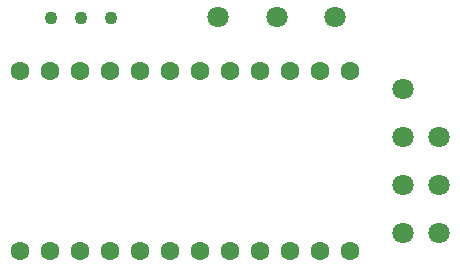
<source format=gbs>
G04 (created by PCBNEW (22-Jun-2014 BZR 4027)-stable) date Sat 18 Feb 2017 18:36:52 GMT*
%MOIN*%
G04 Gerber Fmt 3.4, Leading zero omitted, Abs format*
%FSLAX34Y34*%
G01*
G70*
G90*
G04 APERTURE LIST*
%ADD10C,0.00590551*%
%ADD11C,0.0629921*%
%ADD12C,0.0433071*%
%ADD13C,0.0708661*%
G04 APERTURE END LIST*
G54D10*
G54D11*
X90650Y-62100D03*
X89650Y-62100D03*
X90650Y-56100D03*
X88650Y-62100D03*
X87650Y-62100D03*
X86650Y-62100D03*
X85650Y-62100D03*
X84650Y-62100D03*
X83650Y-62100D03*
X82650Y-62100D03*
X81650Y-62100D03*
X80650Y-62100D03*
X79650Y-62100D03*
X89650Y-56100D03*
X88650Y-56100D03*
X87650Y-56100D03*
X86650Y-56100D03*
X85650Y-56100D03*
X84650Y-56100D03*
X83650Y-56100D03*
X82650Y-56100D03*
X81650Y-56100D03*
X80650Y-56100D03*
X79650Y-56100D03*
G54D12*
X81675Y-54325D03*
X80675Y-54325D03*
X82675Y-54325D03*
G54D13*
X90150Y-54300D03*
X88200Y-54300D03*
X86250Y-54300D03*
X92400Y-61500D03*
X92400Y-59900D03*
X92400Y-58300D03*
X92400Y-56700D03*
X93600Y-59900D03*
X93600Y-58300D03*
X93600Y-61500D03*
M02*

</source>
